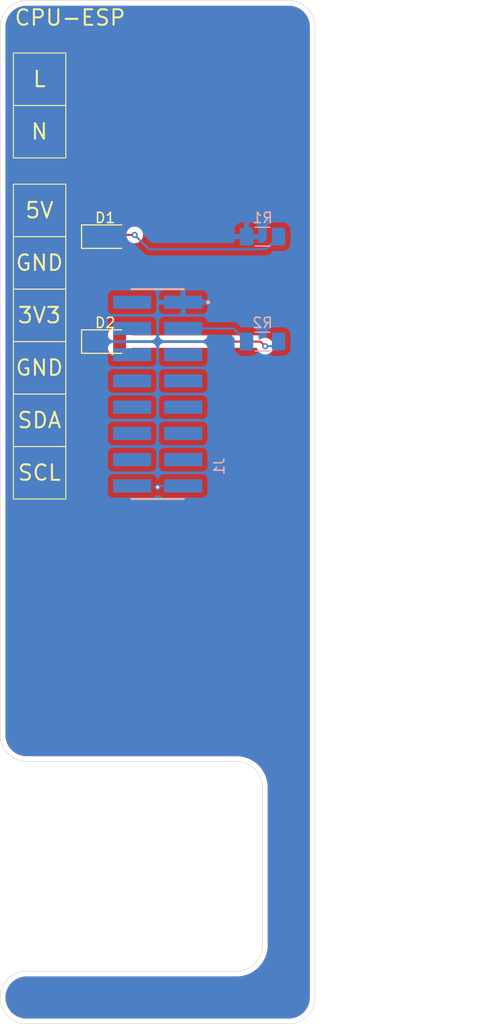
<source format=kicad_pcb>
(kicad_pcb (version 20240108) (generator "pcbnew") (generator_version "8.0")
  (layers (0 "F.Cu" signal) (31 "B.Cu" signal) (34 "B.Paste" user) (35 "F.Paste" user) (36 "B.SilkS" user "B.Silkscreen") (37 "F.SilkS" user "F.Silkscreen") (38 "B.Mask" user) (39 "F.Mask" user) (44 "Edge.Cuts" user))
  (net 0 "")
  (net 11 "GND")
  (net 12 "Net-(D1-A)")
  (net 13 "+5V")
  (net 14 "+3.3V")
  (net 15 "Net-(D2-A)")
  (footprint "NextPCB:Kingbright_KPT-3216CGCK" (layer "F.Cu") (at 137.16 73.66)
    (property "Reference" "D1" (at 0 -1.82 0) (layer "F.SilkS"))
    (property "Value" "KPT-3216CGCK")
    (fp_line (start -2.285 -1.135) (end -2.285 1.135) (stroke (width 0.12)) (layer "F.SilkS"))
    (fp_line (start -2.285 1.135) (end 1.6 1.135) (stroke (width 0.12)) (layer "F.SilkS"))
    (fp_line (start 1.6 -1.135) (end -2.285 -1.135) (stroke (width 0.12)) (layer "F.SilkS"))
    (pad "1" smd roundrect (at -1.4 0) (size 1.25 1.75) (layers "F.Cu" "F.Paste" "F.Mask") (roundrect_rratio 0.2) (net 11 "GND"))
    (pad "2" smd roundrect (at 1.4 0) (size 1.25 1.75) (layers "F.Cu" "F.Paste" "F.Mask") (roundrect_rratio 0.2) (net 12 "Net-(D1-A)"))
  )
  (footprint "NextPCB:Kingbright_KPT-3216CGCK" (layer "F.Cu") (at 137.16 83.82)
    (property "Reference" "D2" (at 0 -1.82 0) (layer "F.SilkS"))
    (property "Value" "KPT-3216CGCK")
    (fp_line (start -2.285 -1.135) (end -2.285 1.135) (stroke (width 0.12)) (layer "F.SilkS"))
    (fp_line (start -2.285 1.135) (end 1.6 1.135) (stroke (width 0.12)) (layer "F.SilkS"))
    (fp_line (start 1.6 -1.135) (end -2.285 -1.135) (stroke (width 0.12)) (layer "F.SilkS"))
    (pad "1" smd roundrect (at -1.4 0) (size 1.25 1.75) (layers "F.Cu" "F.Paste" "F.Mask") (roundrect_rratio 0.2) (net 11 "GND"))
    (pad "2" smd roundrect (at 1.4 0) (size 1.25 1.75) (layers "F.Cu" "F.Paste" "F.Mask") (roundrect_rratio 0.2) (net 15 "Net-(D2-A)"))
  )
  (footprint "Resistor_SMD:R_1206_3216Metric_Pad1.30x1.75mm_HandSolder" (layer "B.Cu") (at 152.4 83.82 180)
    (property "Reference" "R2" (at 0 1.82 0) (layer "B.SilkS") (effects (justify mirror)))
    (property "Value" "120")
    (fp_line (start 0.727064 0.91) (end -0.727064 0.91) (stroke (width 0.12)) (layer "B.SilkS"))
    (fp_line (start 0.727064 -0.91) (end -0.727064 -0.91) (stroke (width 0.12)) (layer "B.SilkS"))
    (pad "1" smd roundrect (at -1.55 0 180) (size 1.3 1.75) (layers "B.Cu" "B.Paste" "B.Mask") (roundrect_rratio 0.192308) (net 15 "Net-(D2-A)"))
    (pad "2" smd roundrect (at 1.55 0 180) (size 1.3 1.75) (layers "B.Cu" "B.Paste" "B.Mask") (roundrect_rratio 0.192308) (net 14 "+3.3V"))
  )
  (footprint "Resistor_SMD:R_1206_3216Metric_Pad1.30x1.75mm_HandSolder" (layer "B.Cu") (at 152.4 73.66 180)
    (property "Reference" "R1" (at 0 1.82 0) (layer "B.SilkS") (effects (justify mirror)))
    (property "Value" "270")
    (fp_line (start 0.727064 0.91) (end -0.727064 0.91) (stroke (width 0.12)) (layer "B.SilkS"))
    (fp_line (start 0.727064 -0.91) (end -0.727064 -0.91) (stroke (width 0.12)) (layer "B.SilkS"))
    (pad "1" smd roundrect (at -1.55 0 180) (size 1.3 1.75) (layers "B.Cu" "B.Paste" "B.Mask") (roundrect_rratio 0.192308) (net 12 "Net-(D1-A)"))
    (pad "2" smd roundrect (at 1.55 0 180) (size 1.3 1.75) (layers "B.Cu" "B.Paste" "B.Mask") (roundrect_rratio 0.192308) (net 13 "+5V"))
  )
  (footprint "NextPCB:Conn_02x08_pin" (layer "B.Cu") (at 142.24 88.9 90)
    (property "Reference" "J1" (at -6.985 5.965 90) (layer "B.SilkS") (effects (justify mirror)))
    (property "Value" "Conn_02x08_Odd_Even")
    (fp_line (start 10.16 -2.54) (end 10.16 2.54) (stroke (width 0.2)) (layer "B.SilkS"))
    (fp_line (start -10.16 2.54) (end -10.16 -2.54) (stroke (width 0.2)) (layer "B.SilkS"))
    (fp_circle (center 8.89 4.9) (end 8.99 4.9) (stroke (width 0.2)) (fill none) (layer "B.SilkS"))
    (pad "01" smd rect (at 8.89 2.475 90) (size 1.27 3.68) (layers "B.Cu" "B.Paste" "B.Mask") (net 13 "+5V"))
    (pad "02" smd rect (at 8.89 -2.475 90) (size 1.27 3.68) (layers "B.Cu" "B.Paste" "B.Mask"))
    (pad "03" smd rect (at 6.35 2.475 90) (size 1.27 3.68) (layers "B.Cu" "B.Paste" "B.Mask") (net 14 "+3.3V"))
    (pad "04" smd rect (at 6.35 -2.475 90) (size 1.27 3.68) (layers "B.Cu" "B.Paste" "B.Mask"))
    (pad "05" smd rect (at 3.81 2.475 90) (size 1.27 3.68) (layers "B.Cu" "B.Paste" "B.Mask"))
    (pad "06" smd rect (at 3.81 -2.475 90) (size 1.27 3.68) (layers "B.Cu" "B.Paste" "B.Mask"))
    (pad "07" smd rect (at 1.27 2.475 90) (size 1.27 3.68) (layers "B.Cu" "B.Paste" "B.Mask"))
    (pad "08" smd rect (at 1.27 -2.475 90) (size 1.27 3.68) (layers "B.Cu" "B.Paste" "B.Mask"))
    (pad "09" smd rect (at -1.27 2.475 90) (size 1.27 3.68) (layers "B.Cu" "B.Paste" "B.Mask"))
    (pad "10" smd rect (at -1.27 -2.475 90) (size 1.27 3.68) (layers "B.Cu" "B.Paste" "B.Mask"))
    (pad "11" smd rect (at -3.81 2.475 90) (size 1.27 3.68) (layers "B.Cu" "B.Paste" "B.Mask"))
    (pad "12" smd rect (at -3.81 -2.475 90) (size 1.27 3.68) (layers "B.Cu" "B.Paste" "B.Mask"))
    (pad "13" smd rect (at -6.35 2.475 90) (size 1.27 3.68) (layers "B.Cu" "B.Paste" "B.Mask"))
    (pad "14" smd rect (at -6.35 -2.475 90) (size 1.27 3.68) (layers "B.Cu" "B.Paste" "B.Mask"))
    (pad "15" smd rect (at -8.89 2.475 90) (size 1.27 3.68) (layers "B.Cu" "B.Paste" "B.Mask") (net 11 "GND"))
    (pad "16" smd rect (at -8.89 -2.475 90) (size 1.27 3.68) (layers "B.Cu" "B.Paste" "B.Mask"))
  )
  (gr_rect (start 128.27 55.88) (end 133.35 60.96) (stroke (width 0.1)) (fill none) (layer "F.SilkS"))
  (gr_rect (start 128.27 93.98) (end 133.35 99.06) (stroke (width 0.1)) (fill none) (layer "F.SilkS"))
  (gr_rect (start 128.27 78.74) (end 133.35 83.82) (stroke (width 0.1)) (fill none) (layer "F.SilkS"))
  (gr_rect (start 128.27 60.96) (end 133.35 66.04) (stroke (width 0.1)) (fill none) (layer "F.SilkS"))
  (gr_rect (start 128.27 88.9) (end 133.35 93.98) (stroke (width 0.1)) (fill none) (layer "F.SilkS"))
  (gr_rect (start 128.27 83.82) (end 133.35 88.9) (stroke (width 0.1)) (fill none) (layer "F.SilkS"))
  (gr_rect (start 128.27 68.58) (end 133.35 73.66) (stroke (width 0.1)) (fill none) (layer "F.SilkS"))
  (gr_rect (start 128.27 73.66) (end 133.35 78.74) (stroke (width 0.1)) (fill none) (layer "F.SilkS"))
  (gr_line (start 152.4 142.24) (end 152.4 127) (stroke (width 0.05)) (layer "Edge.Cuts"))
  (gr_arc (start 127 147.32) (mid 127.743949 145.523949) (end 129.54 144.78) (stroke (width 0.05)) (layer "Edge.Cuts"))
  (gr_line (start 129.54 50.8) (end 154.94 50.8) (stroke (width 0.05)) (layer "Edge.Cuts"))
  (gr_line (start 127 121.92) (end 127 53.34) (stroke (width 0.05)) (layer "Edge.Cuts"))
  (gr_line (start 149.86 124.46) (end 129.54 124.46) (stroke (width 0.05)) (layer "Edge.Cuts"))
  (gr_line (start 154.94 149.86) (end 129.54 149.86) (stroke (width 0.05)) (layer "Edge.Cuts"))
  (gr_line (start 129.54 144.78) (end 149.86 144.78) (stroke (width 0.05)) (layer "Edge.Cuts"))
  (gr_arc (start 149.86 124.46) (mid 151.656051 125.203949) (end 152.4 127) (stroke (width 0.05)) (layer "Edge.Cuts"))
  (gr_line (start 157.48 53.34) (end 157.48 147.32) (stroke (width 0.05)) (layer "Edge.Cuts"))
  (gr_arc (start 157.48 147.32) (mid 156.736051 149.116051) (end 154.94 149.86) (stroke (width 0.05)) (layer "Edge.Cuts"))
  (gr_arc (start 152.4 142.24) (mid 151.656051 144.036051) (end 149.86 144.78) (stroke (width 0.05)) (layer "Edge.Cuts"))
  (gr_arc (start 154.94 50.8) (mid 156.736051 51.543949) (end 157.48 53.34) (stroke (width 0.05)) (layer "Edge.Cuts"))
  (gr_arc (start 129.54 124.46) (mid 127.743949 123.716051) (end 127 121.92) (stroke (width 0.05)) (layer "Edge.Cuts"))
  (gr_arc (start 127 53.34) (mid 127.743949 51.543949) (end 129.54 50.8) (stroke (width 0.05)) (layer "Edge.Cuts"))
  (gr_arc (start 129.54 149.86) (mid 127.743949 149.116051) (end 127 147.32) (stroke (width 0.05)) (layer "Edge.Cuts"))
  (gr_text "GND" (at 128.374286 87.2315 0) (layer "F.SilkS") (effects (font (size 1.5 1.5) (thickness 0.2)) (justify left bottom)))
  (gr_text "L" (at 130.052857 59.2915 0) (layer "F.SilkS") (effects (font (size 1.5 1.5) (thickness 0.2)) (justify left bottom)))
  (gr_text "CPU-ESP" (at 128.27 53.34 0) (layer "F.SilkS") (effects (font (size 1.5 1.5) (thickness 0.2)) (justify left bottom)))
  (gr_text "5V" (at 129.302858 71.9915 0) (layer "F.SilkS") (effects (font (size 1.5 1.5) (thickness 0.2)) (justify left bottom)))
  (gr_text "3V3" (at 128.588572 82.1515 0) (layer "F.SilkS") (effects (font (size 1.5 1.5) (thickness 0.2)) (justify left bottom)))
  (gr_text "N" (at 129.874286 64.3715 0) (layer "F.SilkS") (effects (font (size 1.5 1.5) (thickness 0.2)) (justify left bottom)))
  (gr_text "GND" (at 128.374286 77.0715 0) (layer "F.SilkS") (effects (font (size 1.5 1.5) (thickness 0.2)) (justify left bottom)))
  (gr_text "SCL" (at 128.588572 97.3915 0) (layer "F.SilkS") (effects (font (size 1.5 1.5) (thickness 0.2)) (justify left bottom)))
  (gr_text "SDA" (at 128.552858 92.3115 0) (layer "F.SilkS") (effects (font (size 1.5 1.5) (thickness 0.2)) (justify left bottom)))
  (via (at 142.24 97.917) (size 0.6) (drill 0.3) (layers "F.Cu" "B.Cu") (net 11))
  (segment (start 144.715 97.79) (end 142.5733 97.79) (width 0.2) (layer "B.Cu") (net 11))
  (segment (start 142.4463 97.917) (end 142.5733 97.79) (width 0.2) (layer "B.Cu") (net 11))
  (segment (start 142.24 97.917) (end 142.4463 97.917) (width 0.2) (layer "B.Cu") (net 11))
  (segment (start 138.7279 73.4921) (end 138.56 73.66) (width 0.2) (layer "F.Cu") (net 12))
  (segment (start 140.0158 73.4921) (end 138.7279 73.4921) (width 0.2) (layer "F.Cu") (net 12))
  (via (at 140.0158 73.4921) (size 0.6) (drill 0.3) (layers "F.Cu" "B.Cu") (net 12))
  (segment (start 141.3975 74.8738) (end 140.0158 73.4921) (width 0.2) (layer "B.Cu") (net 12))
  (segment (start 152.7362 74.8738) (end 141.3975 74.8738) (width 0.2) (layer "B.Cu") (net 12))
  (segment (start 153.95 73.66) (end 152.7362 74.8738) (width 0.2) (layer "B.Cu") (net 12))
  (segment (start 149.58 82.55) (end 150.85 83.82) (width 0.2) (layer "B.Cu") (net 14))
  (segment (start 144.715 82.55) (end 149.58 82.55) (width 0.2) (layer "B.Cu") (net 14))
  (segment (start 152.1993 83.82) (end 152.6505 84.2712) (width 0.2) (layer "F.Cu") (net 15))
  (segment (start 138.56 83.82) (end 152.1993 83.82) (width 0.2) (layer "F.Cu") (net 15))
  (via (at 152.6505 84.2712) (size 0.6) (drill 0.3) (layers "F.Cu" "B.Cu") (net 15))
  (segment (start 152.6505 84.2712) (end 153.4988 84.2712) (width 0.2) (layer "B.Cu") (net 15))
  (segment (start 153.4988 84.2712) (end 153.95 83.82) (width 0.2) (layer "B.Cu") (net 15))
  (zone (net 11) (net_name "GND") (layer "F.Cu") (connect_pads (clearance 0.5)) (min_thickness 0.25) (fill yes (thermal_gap 0.5) (thermal_bridge_width 0.5))
    (polygon (pts (xy 127 50.8) (xy 157.48 50.8) (xy 157.48 149.86) (xy 127 149.86)))
  )
  (zone (net 13) (net_name "+5V") (layer "B.Cu") (priority 1) (connect_pads (clearance 0.5)) (min_thickness 0.25) (fill yes (thermal_gap 0.5) (thermal_bridge_width 0.5))
    (polygon (pts (xy 127 50.8) (xy 157.48 50.8) (xy 157.48 149.86) (xy 127 149.86)))
  )
)
</source>
